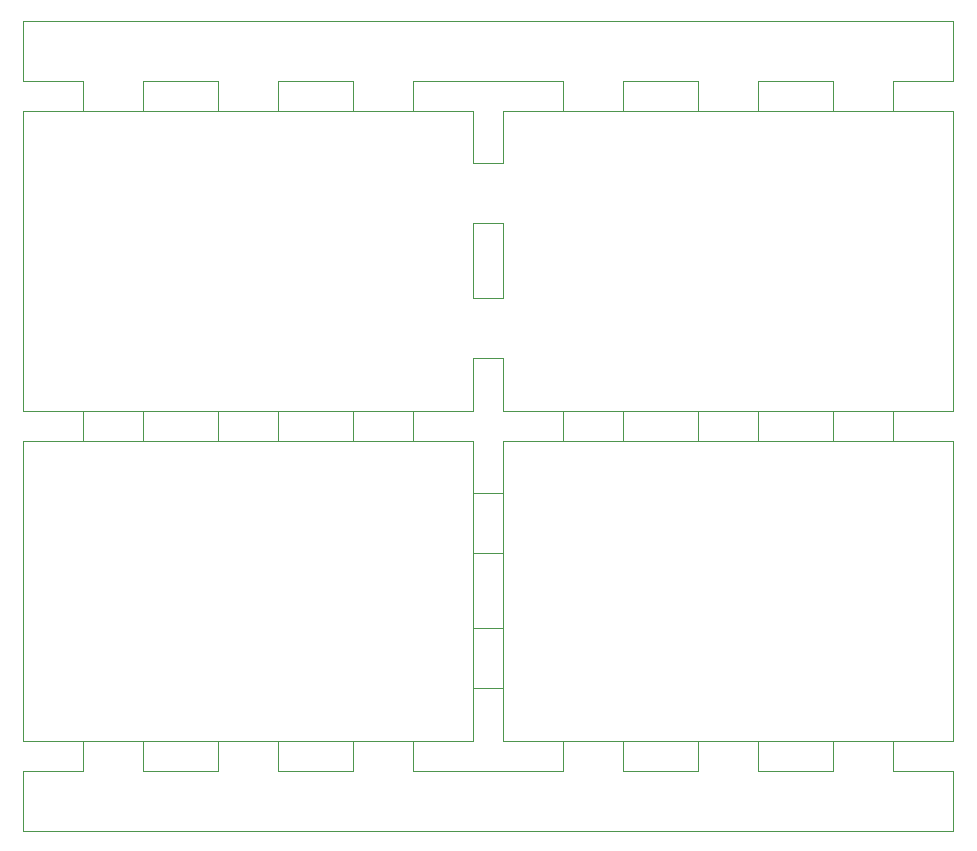
<source format=gm1>
G04 #@! TF.GenerationSoftware,KiCad,Pcbnew,(5.99.0-58-gd4aa502be)*
G04 #@! TF.CreationDate,2019-09-04T01:14:32-07:00*
G04 #@! TF.ProjectId,usb-motor,7573622d-6d6f-4746-9f72-2e6b69636164,rev?*
G04 #@! TF.SameCoordinates,Original*
G04 #@! TF.FileFunction,Profile,NP*
%FSLAX46Y46*%
G04 Gerber Fmt 4.6, Leading zero omitted, Abs format (unit mm)*
G04 Created by KiCad (PCBNEW (5.99.0-58-gd4aa502be)) date 2019-09-04 01:14:32*
%MOMM*%
%LPD*%
G04 APERTURE LIST*
%ADD10C,0.038100*%
G04 APERTURE END LIST*
D10*
X106680000Y-81280000D02*
X111760000Y-81280000D01*
X95250000Y-81280000D02*
X100330000Y-81280000D01*
X83820000Y-81280000D02*
X88900000Y-81280000D01*
X66040000Y-81280000D02*
X71120000Y-81280000D01*
X54610000Y-81280000D02*
X59690000Y-81280000D01*
X43180000Y-81280000D02*
X48260000Y-81280000D01*
X43180000Y-106680000D02*
X48260000Y-106680000D01*
X48260000Y-109220000D02*
X43180000Y-109220000D01*
X54610000Y-109220000D02*
X59690000Y-109220000D01*
X59690000Y-106680000D02*
X54610000Y-106680000D01*
X66040000Y-109220000D02*
X71120000Y-109220000D01*
X71120000Y-106680000D02*
X66040000Y-106680000D01*
X83820000Y-106680000D02*
X88900000Y-106680000D01*
X88900000Y-109220000D02*
X83820000Y-109220000D01*
X95250000Y-109220000D02*
X100330000Y-109220000D01*
X100330000Y-106680000D02*
X95250000Y-106680000D01*
X106680000Y-106680000D02*
X111760000Y-106680000D01*
X111760000Y-109220000D02*
X106680000Y-109220000D01*
X78740000Y-113665000D02*
X78740000Y-118745000D01*
X76200000Y-118745000D02*
X76200000Y-113665000D01*
X76200000Y-130175000D02*
X76200000Y-125095000D01*
X78740000Y-130175000D02*
X78740000Y-125095000D01*
X48260000Y-134620000D02*
X43180000Y-134620000D01*
X59690000Y-134620000D02*
X54610000Y-134620000D01*
X71120000Y-134620000D02*
X66040000Y-134620000D01*
X106680000Y-134620000D02*
X111760000Y-134620000D01*
X95250000Y-134620000D02*
X100330000Y-134620000D01*
X88900000Y-134620000D02*
X83820000Y-134620000D01*
X76200000Y-137160000D02*
X78740000Y-137160000D01*
X76200000Y-78740000D02*
X78740000Y-78740000D01*
X116840000Y-73660000D02*
X116840000Y-78740000D01*
X38100000Y-73660000D02*
X116840000Y-73660000D01*
X38100000Y-78740000D02*
X38100000Y-73660000D01*
X38100000Y-142240000D02*
X38100000Y-137160000D01*
X116840000Y-142240000D02*
X38100000Y-142240000D01*
X116840000Y-137160000D02*
X116840000Y-142240000D01*
X48260000Y-134620000D02*
X48260000Y-137160000D01*
X43180000Y-134620000D02*
X38100000Y-134620000D01*
X48260000Y-134620000D02*
X54610000Y-134620000D01*
X59690000Y-134620000D02*
X59690000Y-137160000D01*
X43180000Y-134620000D02*
X43180000Y-137160000D01*
X48260000Y-137160000D02*
X54610000Y-137160000D01*
X54610000Y-137160000D02*
X54610000Y-134620000D01*
X66040000Y-137160000D02*
X66040000Y-134620000D01*
X66040000Y-134620000D02*
X59690000Y-134620000D01*
X43180000Y-137160000D02*
X38100000Y-137160000D01*
X76200000Y-134620000D02*
X71120000Y-134620000D01*
X59690000Y-137160000D02*
X66040000Y-137160000D01*
X71120000Y-137160000D02*
X76200000Y-137160000D01*
X71120000Y-134620000D02*
X71120000Y-137160000D01*
X83820000Y-137160000D02*
X78740000Y-137160000D01*
X88900000Y-134620000D02*
X88900000Y-137160000D01*
X88900000Y-137160000D02*
X95250000Y-137160000D01*
X95250000Y-134620000D02*
X88900000Y-134620000D01*
X78740000Y-134620000D02*
X83820000Y-134620000D01*
X83820000Y-134620000D02*
X83820000Y-137160000D01*
X95250000Y-137160000D02*
X95250000Y-134620000D01*
X100330000Y-134620000D02*
X100330000Y-137160000D01*
X116840000Y-134620000D02*
X111760000Y-134620000D01*
X106680000Y-137160000D02*
X106680000Y-134620000D01*
X100330000Y-137160000D02*
X106680000Y-137160000D01*
X106680000Y-134620000D02*
X100330000Y-134620000D01*
X111760000Y-137160000D02*
X116840000Y-137160000D01*
X111760000Y-134620000D02*
X111760000Y-137160000D01*
X48260000Y-78740000D02*
X48260000Y-81280000D01*
X43180000Y-78740000D02*
X38100000Y-78740000D01*
X48260000Y-78740000D02*
X54610000Y-78740000D01*
X59690000Y-78740000D02*
X59690000Y-81280000D01*
X43180000Y-78740000D02*
X43180000Y-81280000D01*
X48260000Y-81280000D02*
X54610000Y-81280000D01*
X54610000Y-81280000D02*
X54610000Y-78740000D01*
X66040000Y-81280000D02*
X66040000Y-78740000D01*
X66040000Y-78740000D02*
X59690000Y-78740000D01*
X43180000Y-81280000D02*
X38100000Y-81280000D01*
X76200000Y-78740000D02*
X71120000Y-78740000D01*
X59690000Y-81280000D02*
X66040000Y-81280000D01*
X71120000Y-81280000D02*
X76200000Y-81280000D01*
X71120000Y-78740000D02*
X71120000Y-81280000D01*
X83820000Y-81280000D02*
X78740000Y-81280000D01*
X88900000Y-78740000D02*
X88900000Y-81280000D01*
X88900000Y-81280000D02*
X95250000Y-81280000D01*
X95250000Y-78740000D02*
X88900000Y-78740000D01*
X78740000Y-78740000D02*
X83820000Y-78740000D01*
X83820000Y-78740000D02*
X83820000Y-81280000D01*
X95250000Y-81280000D02*
X95250000Y-78740000D01*
X100330000Y-78740000D02*
X100330000Y-81280000D01*
X116840000Y-78740000D02*
X111760000Y-78740000D01*
X106680000Y-81280000D02*
X106680000Y-78740000D01*
X100330000Y-81280000D02*
X106680000Y-81280000D01*
X106680000Y-78740000D02*
X100330000Y-78740000D01*
X111760000Y-81280000D02*
X116840000Y-81280000D01*
X111760000Y-78740000D02*
X111760000Y-81280000D01*
X78740000Y-113665000D02*
X78740000Y-109220000D01*
X76200000Y-113665000D02*
X78740000Y-113665000D01*
X76200000Y-109220000D02*
X76200000Y-113665000D01*
X76200000Y-125095000D02*
X78740000Y-125095000D01*
X76200000Y-118745000D02*
X76200000Y-125095000D01*
X78740000Y-118745000D02*
X76200000Y-118745000D01*
X78740000Y-125095000D02*
X78740000Y-118745000D01*
X78740000Y-130175000D02*
X78740000Y-134620000D01*
X76200000Y-130175000D02*
X78740000Y-130175000D01*
X76200000Y-134620000D02*
X76200000Y-130175000D01*
X111760000Y-109220000D02*
X116840000Y-109220000D01*
X111760000Y-106680000D02*
X111760000Y-109220000D01*
X116840000Y-106680000D02*
X111760000Y-106680000D01*
X106680000Y-106680000D02*
X100330000Y-106680000D01*
X106680000Y-109220000D02*
X106680000Y-106680000D01*
X100330000Y-109220000D02*
X106680000Y-109220000D01*
X100330000Y-106680000D02*
X100330000Y-109220000D01*
X95250000Y-106680000D02*
X88900000Y-106680000D01*
X95250000Y-109220000D02*
X95250000Y-106680000D01*
X88900000Y-109220000D02*
X95250000Y-109220000D01*
X88900000Y-106680000D02*
X88900000Y-109220000D01*
X83820000Y-109220000D02*
X78740000Y-109220000D01*
X83820000Y-106680000D02*
X83820000Y-109220000D01*
X78740000Y-106680000D02*
X83820000Y-106680000D01*
X78740000Y-85725000D02*
X78740000Y-81280000D01*
X76200000Y-85725000D02*
X78740000Y-85725000D01*
X76200000Y-81280000D02*
X76200000Y-85725000D01*
X78740000Y-90805000D02*
X78740000Y-97155000D01*
X76200000Y-90805000D02*
X78740000Y-90805000D01*
X76200000Y-97155000D02*
X76200000Y-90805000D01*
X78740000Y-97155000D02*
X76200000Y-97155000D01*
X78740000Y-102235000D02*
X78740000Y-106680000D01*
X76200000Y-102235000D02*
X78740000Y-102235000D01*
X76200000Y-106680000D02*
X76200000Y-102235000D01*
X71120000Y-109220000D02*
X76200000Y-109220000D01*
X71120000Y-106680000D02*
X71120000Y-109220000D01*
X76200000Y-106680000D02*
X71120000Y-106680000D01*
X59690000Y-109220000D02*
X66040000Y-109220000D01*
X59690000Y-106680000D02*
X59690000Y-109220000D01*
X66040000Y-106680000D02*
X59690000Y-106680000D01*
X66040000Y-109220000D02*
X66040000Y-106680000D01*
X48260000Y-109220000D02*
X54610000Y-109220000D01*
X48260000Y-106680000D02*
X48260000Y-109220000D01*
X54610000Y-109220000D02*
X54610000Y-106680000D01*
X48260000Y-106680000D02*
X54610000Y-106680000D01*
X43180000Y-106680000D02*
X38100000Y-106680000D01*
X43180000Y-109220000D02*
X38100000Y-109220000D01*
X43180000Y-106680000D02*
X43180000Y-109220000D01*
X38100000Y-81280000D02*
X38100000Y-106680000D01*
X116840000Y-134620000D02*
X116840000Y-109220000D01*
X116840000Y-106680000D02*
X116840000Y-81280000D01*
X38100000Y-109220000D02*
X38100000Y-134620000D01*
M02*

</source>
